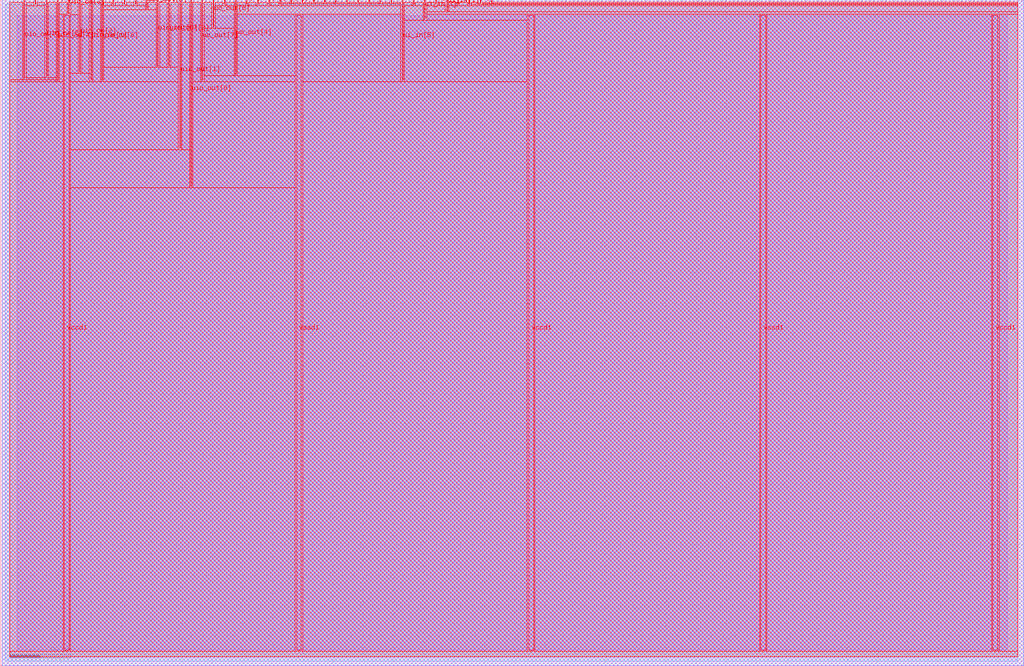
<source format=lef>
VERSION 5.7 ;
  NOWIREEXTENSIONATPIN ON ;
  DIVIDERCHAR "/" ;
  BUSBITCHARS "[]" ;
MACRO tt_um_htfab_totp
  CLASS BLOCK ;
  FOREIGN tt_um_htfab_totp ;
  ORIGIN 0.000 0.000 ;
  SIZE 338.560 BY 220.320 ;
  PIN clk
    DIRECTION INPUT ;
    USE SIGNAL ;
    PORT
      LAYER met4 ;
        RECT 158.550 219.150 158.850 220.320 ;
    END
  END clk
  PIN ena
    DIRECTION INPUT ;
    USE SIGNAL ;
    PORT
      LAYER met4 ;
        RECT 162.230 219.320 162.530 220.320 ;
    END
  END ena
  PIN rst_n
    DIRECTION INPUT ;
    USE SIGNAL ;
    PORT
      LAYER met4 ;
        RECT 154.870 218.780 155.170 220.320 ;
    END
  END rst_n
  PIN ui_in[0]
    DIRECTION INPUT ;
    USE SIGNAL ;
    PORT
      LAYER met4 ;
        RECT 151.190 218.780 151.490 220.320 ;
    END
  END ui_in[0]
  PIN ui_in[1]
    DIRECTION INPUT ;
    USE SIGNAL ;
    PORT
      LAYER met4 ;
        RECT 147.510 216.740 147.810 220.320 ;
    END
  END ui_in[1]
  PIN ui_in[2]
    DIRECTION INPUT ;
    USE SIGNAL ;
    PORT
      LAYER met4 ;
        RECT 143.830 218.780 144.130 220.320 ;
    END
  END ui_in[2]
  PIN ui_in[3]
    DIRECTION INPUT ;
    USE SIGNAL ;
    PORT
      LAYER met4 ;
        RECT 140.150 214.020 140.450 220.320 ;
    END
  END ui_in[3]
  PIN ui_in[4]
    DIRECTION INPUT ;
    USE SIGNAL ;
    PORT
      LAYER met4 ;
        RECT 136.470 218.780 136.770 220.320 ;
    END
  END ui_in[4]
  PIN ui_in[5]
    DIRECTION INPUT ;
    USE SIGNAL ;
    PORT
      LAYER met4 ;
        RECT 132.790 193.620 133.090 220.320 ;
    END
  END ui_in[5]
  PIN ui_in[6]
    DIRECTION INPUT ;
    USE SIGNAL ;
    PORT
      LAYER met4 ;
        RECT 129.110 219.320 129.410 220.320 ;
    END
  END ui_in[6]
  PIN ui_in[7]
    DIRECTION INPUT ;
    USE SIGNAL ;
    PORT
      LAYER met4 ;
        RECT 125.430 219.320 125.730 220.320 ;
    END
  END ui_in[7]
  PIN uio_in[0]
    DIRECTION INPUT ;
    USE SIGNAL ;
    PORT
      LAYER met4 ;
        RECT 121.750 219.320 122.050 220.320 ;
    END
  END uio_in[0]
  PIN uio_in[1]
    DIRECTION INPUT ;
    USE SIGNAL ;
    PORT
      LAYER met4 ;
        RECT 118.070 219.320 118.370 220.320 ;
    END
  END uio_in[1]
  PIN uio_in[2]
    DIRECTION INPUT ;
    USE SIGNAL ;
    PORT
      LAYER met4 ;
        RECT 114.390 219.320 114.690 220.320 ;
    END
  END uio_in[2]
  PIN uio_in[3]
    DIRECTION INPUT ;
    USE SIGNAL ;
    PORT
      LAYER met4 ;
        RECT 110.710 219.320 111.010 220.320 ;
    END
  END uio_in[3]
  PIN uio_in[4]
    DIRECTION INPUT ;
    USE SIGNAL ;
    PORT
      LAYER met4 ;
        RECT 107.030 219.320 107.330 220.320 ;
    END
  END uio_in[4]
  PIN uio_in[5]
    DIRECTION INPUT ;
    USE SIGNAL ;
    PORT
      LAYER met4 ;
        RECT 103.350 219.320 103.650 220.320 ;
    END
  END uio_in[5]
  PIN uio_in[6]
    DIRECTION INPUT ;
    USE SIGNAL ;
    PORT
      LAYER met4 ;
        RECT 99.670 219.320 99.970 220.320 ;
    END
  END uio_in[6]
  PIN uio_in[7]
    DIRECTION INPUT ;
    USE SIGNAL ;
    PORT
      LAYER met4 ;
        RECT 95.990 219.320 96.290 220.320 ;
    END
  END uio_in[7]
  PIN uio_oe[0]
    DIRECTION OUTPUT TRISTATE ;
    USE SIGNAL ;
    PORT
      LAYER met4 ;
        RECT 33.430 193.620 33.730 220.320 ;
    END
  END uio_oe[0]
  PIN uio_oe[1]
    DIRECTION OUTPUT TRISTATE ;
    USE SIGNAL ;
    PORT
      LAYER met4 ;
        RECT 29.750 193.620 30.050 220.320 ;
    END
  END uio_oe[1]
  PIN uio_oe[2]
    DIRECTION OUTPUT TRISTATE ;
    USE SIGNAL ;
    PORT
      LAYER met4 ;
        RECT 26.070 196.340 26.370 220.320 ;
    END
  END uio_oe[2]
  PIN uio_oe[3]
    DIRECTION OUTPUT TRISTATE ;
    USE SIGNAL ;
    PORT
      LAYER met4 ;
        RECT 22.390 215.750 22.690 220.320 ;
    END
  END uio_oe[3]
  PIN uio_oe[4]
    DIRECTION OUTPUT TRISTATE ;
    USE SIGNAL ;
    PORT
      LAYER met4 ;
        RECT 18.710 193.620 19.010 220.320 ;
    END
  END uio_oe[4]
  PIN uio_oe[5]
    DIRECTION OUTPUT TRISTATE ;
    USE SIGNAL ;
    PORT
      LAYER met4 ;
        RECT 15.030 194.980 15.330 220.320 ;
    END
  END uio_oe[5]
  PIN uio_oe[6]
    DIRECTION OUTPUT TRISTATE ;
    USE SIGNAL ;
    PORT
      LAYER met4 ;
        RECT 11.350 218.780 11.650 220.320 ;
    END
  END uio_oe[6]
  PIN uio_oe[7]
    DIRECTION OUTPUT TRISTATE ;
    USE SIGNAL ;
    PORT
      LAYER met4 ;
        RECT 7.670 194.300 7.970 220.320 ;
    END
  END uio_oe[7]
  PIN uio_out[0]
    DIRECTION OUTPUT TRISTATE ;
    USE SIGNAL ;
    PORT
      LAYER met4 ;
        RECT 62.870 158.550 63.170 220.320 ;
    END
  END uio_out[0]
  PIN uio_out[1]
    DIRECTION OUTPUT TRISTATE ;
    USE SIGNAL ;
    PORT
      LAYER met4 ;
        RECT 59.190 171.180 59.490 220.320 ;
    END
  END uio_out[1]
  PIN uio_out[2]
    DIRECTION OUTPUT TRISTATE ;
    USE SIGNAL ;
    PORT
      LAYER met4 ;
        RECT 55.510 198.380 55.810 220.320 ;
    END
  END uio_out[2]
  PIN uio_out[3]
    DIRECTION OUTPUT TRISTATE ;
    USE SIGNAL ;
    PORT
      LAYER met4 ;
        RECT 51.830 198.380 52.130 220.320 ;
    END
  END uio_out[3]
  PIN uio_out[4]
    DIRECTION OUTPUT TRISTATE ;
    USE SIGNAL ;
    PORT
      LAYER met4 ;
        RECT 48.150 217.420 48.450 220.320 ;
    END
  END uio_out[4]
  PIN uio_out[5]
    DIRECTION OUTPUT TRISTATE ;
    USE SIGNAL ;
    PORT
      LAYER met4 ;
        RECT 44.470 218.780 44.770 220.320 ;
    END
  END uio_out[5]
  PIN uio_out[6]
    DIRECTION OUTPUT TRISTATE ;
    USE SIGNAL ;
    PORT
      LAYER met4 ;
        RECT 40.790 218.780 41.090 220.320 ;
    END
  END uio_out[6]
  PIN uio_out[7]
    DIRECTION OUTPUT TRISTATE ;
    USE SIGNAL ;
    PORT
      LAYER met4 ;
        RECT 37.110 218.780 37.410 220.320 ;
    END
  END uio_out[7]
  PIN uo_out[0]
    DIRECTION OUTPUT TRISTATE ;
    USE SIGNAL ;
    PORT
      LAYER met4 ;
        RECT 92.310 218.780 92.610 220.320 ;
    END
  END uo_out[0]
  PIN uo_out[1]
    DIRECTION OUTPUT TRISTATE ;
    USE SIGNAL ;
    PORT
      LAYER met4 ;
        RECT 88.630 218.780 88.930 220.320 ;
    END
  END uo_out[1]
  PIN uo_out[2]
    DIRECTION OUTPUT TRISTATE ;
    USE SIGNAL ;
    PORT
      LAYER met4 ;
        RECT 84.950 218.780 85.250 220.320 ;
    END
  END uo_out[2]
  PIN uo_out[3]
    DIRECTION OUTPUT TRISTATE ;
    USE SIGNAL ;
    PORT
      LAYER met4 ;
        RECT 81.270 218.780 81.570 220.320 ;
    END
  END uo_out[3]
  PIN uo_out[4]
    DIRECTION OUTPUT TRISTATE ;
    USE SIGNAL ;
    PORT
      LAYER met4 ;
        RECT 77.590 195.660 77.890 220.320 ;
    END
  END uo_out[4]
  PIN uo_out[5]
    DIRECTION OUTPUT TRISTATE ;
    USE SIGNAL ;
    PORT
      LAYER met4 ;
        RECT 73.910 218.780 74.210 220.320 ;
    END
  END uo_out[5]
  PIN uo_out[6]
    DIRECTION OUTPUT TRISTATE ;
    USE SIGNAL ;
    PORT
      LAYER met4 ;
        RECT 70.230 211.300 70.530 220.320 ;
    END
  END uo_out[6]
  PIN uo_out[7]
    DIRECTION OUTPUT TRISTATE ;
    USE SIGNAL ;
    PORT
      LAYER met4 ;
        RECT 66.550 193.620 66.850 220.320 ;
    END
  END uo_out[7]
  PIN vccd1
    DIRECTION INOUT ;
    USE POWER ;
    PORT
      LAYER met4 ;
        RECT 21.040 5.200 22.640 215.120 ;
    END
    PORT
      LAYER met4 ;
        RECT 174.640 5.200 176.240 215.120 ;
    END
    PORT
      LAYER met4 ;
        RECT 328.240 5.200 329.840 215.120 ;
    END
  END vccd1
  PIN vssd1
    DIRECTION INOUT ;
    USE GROUND ;
    PORT
      LAYER met4 ;
        RECT 97.840 5.200 99.440 215.120 ;
    END
    PORT
      LAYER met4 ;
        RECT 251.440 5.200 253.040 215.120 ;
    END
  END vssd1
  OBS
      LAYER li1 ;
        RECT 5.520 5.355 333.040 214.965 ;
      LAYER met1 ;
        RECT 0.530 0.040 338.490 220.280 ;
      LAYER met2 ;
        RECT 0.560 0.010 338.460 220.310 ;
      LAYER met3 ;
        RECT 1.445 1.535 336.450 218.785 ;
      LAYER met4 ;
        RECT 3.055 193.900 7.270 219.450 ;
        RECT 8.370 218.380 10.950 219.450 ;
        RECT 12.050 218.380 14.630 219.450 ;
        RECT 8.370 194.580 14.630 218.380 ;
        RECT 15.730 194.580 18.310 219.450 ;
        RECT 8.370 193.900 18.310 194.580 ;
        RECT 3.055 193.220 18.310 193.900 ;
        RECT 19.410 215.520 21.990 219.450 ;
        RECT 19.410 193.220 20.640 215.520 ;
        RECT 23.090 215.350 25.670 219.450 ;
        RECT 3.055 4.800 20.640 193.220 ;
        RECT 23.040 195.940 25.670 215.350 ;
        RECT 26.770 195.940 29.350 219.450 ;
        RECT 23.040 193.220 29.350 195.940 ;
        RECT 30.450 193.220 33.030 219.450 ;
        RECT 34.130 218.380 36.710 219.450 ;
        RECT 37.810 218.380 40.390 219.450 ;
        RECT 41.490 218.380 44.070 219.450 ;
        RECT 45.170 218.380 47.750 219.450 ;
        RECT 34.130 217.020 47.750 218.380 ;
        RECT 48.850 217.020 51.430 219.450 ;
        RECT 34.130 197.980 51.430 217.020 ;
        RECT 52.530 197.980 55.110 219.450 ;
        RECT 56.210 197.980 58.790 219.450 ;
        RECT 34.130 193.220 58.790 197.980 ;
        RECT 23.040 170.780 58.790 193.220 ;
        RECT 59.890 170.780 62.470 219.450 ;
        RECT 23.040 158.150 62.470 170.780 ;
        RECT 63.570 193.220 66.150 219.450 ;
        RECT 67.250 210.900 69.830 219.450 ;
        RECT 70.930 218.380 73.510 219.450 ;
        RECT 74.610 218.380 77.190 219.450 ;
        RECT 70.930 210.900 77.190 218.380 ;
        RECT 67.250 195.260 77.190 210.900 ;
        RECT 78.290 218.380 80.870 219.450 ;
        RECT 81.970 218.380 84.550 219.450 ;
        RECT 85.650 218.380 88.230 219.450 ;
        RECT 89.330 218.380 91.910 219.450 ;
        RECT 93.010 218.920 95.590 219.450 ;
        RECT 96.690 218.920 99.270 219.450 ;
        RECT 100.370 218.920 102.950 219.450 ;
        RECT 104.050 218.920 106.630 219.450 ;
        RECT 107.730 218.920 110.310 219.450 ;
        RECT 111.410 218.920 113.990 219.450 ;
        RECT 115.090 218.920 117.670 219.450 ;
        RECT 118.770 218.920 121.350 219.450 ;
        RECT 122.450 218.920 125.030 219.450 ;
        RECT 126.130 218.920 128.710 219.450 ;
        RECT 129.810 218.920 132.390 219.450 ;
        RECT 93.010 218.380 132.390 218.920 ;
        RECT 78.290 215.520 132.390 218.380 ;
        RECT 78.290 195.260 97.440 215.520 ;
        RECT 67.250 193.220 97.440 195.260 ;
        RECT 63.570 158.150 97.440 193.220 ;
        RECT 23.040 4.800 97.440 158.150 ;
        RECT 99.840 193.220 132.390 215.520 ;
        RECT 133.490 218.380 136.070 219.450 ;
        RECT 137.170 218.380 139.750 219.450 ;
        RECT 133.490 213.620 139.750 218.380 ;
        RECT 140.850 218.380 143.430 219.450 ;
        RECT 144.530 218.380 147.110 219.450 ;
        RECT 140.850 216.340 147.110 218.380 ;
        RECT 148.210 218.380 150.790 219.450 ;
        RECT 151.890 218.380 154.470 219.450 ;
        RECT 155.570 218.750 158.150 219.450 ;
        RECT 159.250 218.920 161.830 219.450 ;
        RECT 162.930 218.920 336.425 219.450 ;
        RECT 159.250 218.750 336.425 218.920 ;
        RECT 155.570 218.380 336.425 218.750 ;
        RECT 148.210 216.340 336.425 218.380 ;
        RECT 140.850 215.520 336.425 216.340 ;
        RECT 140.850 213.620 174.240 215.520 ;
        RECT 133.490 193.220 174.240 213.620 ;
        RECT 99.840 4.800 174.240 193.220 ;
        RECT 176.640 4.800 251.040 215.520 ;
        RECT 253.440 4.800 327.840 215.520 ;
        RECT 330.240 4.800 336.425 215.520 ;
        RECT 3.055 2.895 336.425 4.800 ;
  END
END tt_um_htfab_totp
END LIBRARY


</source>
